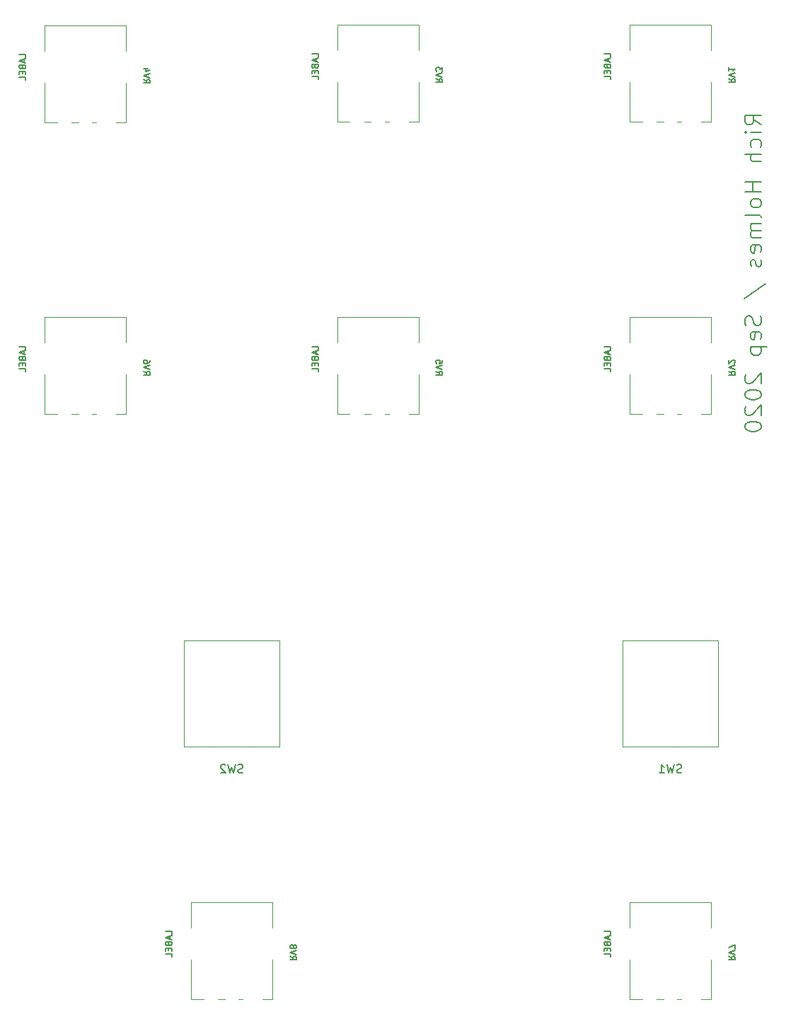
<source format=gbr>
G04 #@! TF.GenerationSoftware,KiCad,Pcbnew,5.1.6-c6e7f7d~87~ubuntu20.04.1*
G04 #@! TF.CreationDate,2020-11-04T13:05:29-05:00*
G04 #@! TF.ProjectId,noisebells,6e6f6973-6562-4656-9c6c-732e6b696361,rev?*
G04 #@! TF.SameCoordinates,Original*
G04 #@! TF.FileFunction,Legend,Bot*
G04 #@! TF.FilePolarity,Positive*
%FSLAX46Y46*%
G04 Gerber Fmt 4.6, Leading zero omitted, Abs format (unit mm)*
G04 Created by KiCad (PCBNEW 5.1.6-c6e7f7d~87~ubuntu20.04.1) date 2020-11-04 13:05:29*
%MOMM*%
%LPD*%
G01*
G04 APERTURE LIST*
%ADD10C,0.150000*%
%ADD11C,0.120000*%
G04 APERTURE END LIST*
D10*
X252904761Y-79923809D02*
X251952380Y-79257142D01*
X252904761Y-78780952D02*
X250904761Y-78780952D01*
X250904761Y-79542857D01*
X251000000Y-79733333D01*
X251095238Y-79828571D01*
X251285714Y-79923809D01*
X251571428Y-79923809D01*
X251761904Y-79828571D01*
X251857142Y-79733333D01*
X251952380Y-79542857D01*
X251952380Y-78780952D01*
X252904761Y-80780952D02*
X251571428Y-80780952D01*
X250904761Y-80780952D02*
X251000000Y-80685714D01*
X251095238Y-80780952D01*
X251000000Y-80876190D01*
X250904761Y-80780952D01*
X251095238Y-80780952D01*
X252809523Y-82590476D02*
X252904761Y-82400000D01*
X252904761Y-82019047D01*
X252809523Y-81828571D01*
X252714285Y-81733333D01*
X252523809Y-81638095D01*
X251952380Y-81638095D01*
X251761904Y-81733333D01*
X251666666Y-81828571D01*
X251571428Y-82019047D01*
X251571428Y-82400000D01*
X251666666Y-82590476D01*
X252904761Y-83447619D02*
X250904761Y-83447619D01*
X252904761Y-84304761D02*
X251857142Y-84304761D01*
X251666666Y-84209523D01*
X251571428Y-84019047D01*
X251571428Y-83733333D01*
X251666666Y-83542857D01*
X251761904Y-83447619D01*
X252904761Y-86780952D02*
X250904761Y-86780952D01*
X251857142Y-86780952D02*
X251857142Y-87923809D01*
X252904761Y-87923809D02*
X250904761Y-87923809D01*
X252904761Y-89161904D02*
X252809523Y-88971428D01*
X252714285Y-88876190D01*
X252523809Y-88780952D01*
X251952380Y-88780952D01*
X251761904Y-88876190D01*
X251666666Y-88971428D01*
X251571428Y-89161904D01*
X251571428Y-89447619D01*
X251666666Y-89638095D01*
X251761904Y-89733333D01*
X251952380Y-89828571D01*
X252523809Y-89828571D01*
X252714285Y-89733333D01*
X252809523Y-89638095D01*
X252904761Y-89447619D01*
X252904761Y-89161904D01*
X252904761Y-90971428D02*
X252809523Y-90780952D01*
X252619047Y-90685714D01*
X250904761Y-90685714D01*
X252904761Y-91733333D02*
X251571428Y-91733333D01*
X251761904Y-91733333D02*
X251666666Y-91828571D01*
X251571428Y-92019047D01*
X251571428Y-92304761D01*
X251666666Y-92495238D01*
X251857142Y-92590476D01*
X252904761Y-92590476D01*
X251857142Y-92590476D02*
X251666666Y-92685714D01*
X251571428Y-92876190D01*
X251571428Y-93161904D01*
X251666666Y-93352380D01*
X251857142Y-93447619D01*
X252904761Y-93447619D01*
X252809523Y-95161904D02*
X252904761Y-94971428D01*
X252904761Y-94590476D01*
X252809523Y-94400000D01*
X252619047Y-94304761D01*
X251857142Y-94304761D01*
X251666666Y-94400000D01*
X251571428Y-94590476D01*
X251571428Y-94971428D01*
X251666666Y-95161904D01*
X251857142Y-95257142D01*
X252047619Y-95257142D01*
X252238095Y-94304761D01*
X252809523Y-96019047D02*
X252904761Y-96209523D01*
X252904761Y-96590476D01*
X252809523Y-96780952D01*
X252619047Y-96876190D01*
X252523809Y-96876190D01*
X252333333Y-96780952D01*
X252238095Y-96590476D01*
X252238095Y-96304761D01*
X252142857Y-96114285D01*
X251952380Y-96019047D01*
X251857142Y-96019047D01*
X251666666Y-96114285D01*
X251571428Y-96304761D01*
X251571428Y-96590476D01*
X251666666Y-96780952D01*
X250809523Y-100685714D02*
X253380952Y-98971428D01*
X252809523Y-102780952D02*
X252904761Y-103066666D01*
X252904761Y-103542857D01*
X252809523Y-103733333D01*
X252714285Y-103828571D01*
X252523809Y-103923809D01*
X252333333Y-103923809D01*
X252142857Y-103828571D01*
X252047619Y-103733333D01*
X251952380Y-103542857D01*
X251857142Y-103161904D01*
X251761904Y-102971428D01*
X251666666Y-102876190D01*
X251476190Y-102780952D01*
X251285714Y-102780952D01*
X251095238Y-102876190D01*
X251000000Y-102971428D01*
X250904761Y-103161904D01*
X250904761Y-103638095D01*
X251000000Y-103923809D01*
X252809523Y-105542857D02*
X252904761Y-105352380D01*
X252904761Y-104971428D01*
X252809523Y-104780952D01*
X252619047Y-104685714D01*
X251857142Y-104685714D01*
X251666666Y-104780952D01*
X251571428Y-104971428D01*
X251571428Y-105352380D01*
X251666666Y-105542857D01*
X251857142Y-105638095D01*
X252047619Y-105638095D01*
X252238095Y-104685714D01*
X251571428Y-106495238D02*
X253571428Y-106495238D01*
X251666666Y-106495238D02*
X251571428Y-106685714D01*
X251571428Y-107066666D01*
X251666666Y-107257142D01*
X251761904Y-107352380D01*
X251952380Y-107447619D01*
X252523809Y-107447619D01*
X252714285Y-107352380D01*
X252809523Y-107257142D01*
X252904761Y-107066666D01*
X252904761Y-106685714D01*
X252809523Y-106495238D01*
X251095238Y-109733333D02*
X251000000Y-109828571D01*
X250904761Y-110019047D01*
X250904761Y-110495238D01*
X251000000Y-110685714D01*
X251095238Y-110780952D01*
X251285714Y-110876190D01*
X251476190Y-110876190D01*
X251761904Y-110780952D01*
X252904761Y-109638095D01*
X252904761Y-110876190D01*
X250904761Y-112114285D02*
X250904761Y-112304761D01*
X251000000Y-112495238D01*
X251095238Y-112590476D01*
X251285714Y-112685714D01*
X251666666Y-112780952D01*
X252142857Y-112780952D01*
X252523809Y-112685714D01*
X252714285Y-112590476D01*
X252809523Y-112495238D01*
X252904761Y-112304761D01*
X252904761Y-112114285D01*
X252809523Y-111923809D01*
X252714285Y-111828571D01*
X252523809Y-111733333D01*
X252142857Y-111638095D01*
X251666666Y-111638095D01*
X251285714Y-111733333D01*
X251095238Y-111828571D01*
X251000000Y-111923809D01*
X250904761Y-112114285D01*
X251095238Y-113542857D02*
X251000000Y-113638095D01*
X250904761Y-113828571D01*
X250904761Y-114304761D01*
X251000000Y-114495238D01*
X251095238Y-114590476D01*
X251285714Y-114685714D01*
X251476190Y-114685714D01*
X251761904Y-114590476D01*
X252904761Y-113447619D01*
X252904761Y-114685714D01*
X250904761Y-115923809D02*
X250904761Y-116114285D01*
X251000000Y-116304761D01*
X251095238Y-116400000D01*
X251285714Y-116495238D01*
X251666666Y-116590476D01*
X252142857Y-116590476D01*
X252523809Y-116495238D01*
X252714285Y-116400000D01*
X252809523Y-116304761D01*
X252904761Y-116114285D01*
X252904761Y-115923809D01*
X252809523Y-115733333D01*
X252714285Y-115638095D01*
X252523809Y-115542857D01*
X252142857Y-115447619D01*
X251666666Y-115447619D01*
X251285714Y-115542857D01*
X251095238Y-115638095D01*
X251000000Y-115733333D01*
X250904761Y-115923809D01*
D11*
X184630000Y-172930000D02*
X194370000Y-172930000D01*
X184630000Y-184520000D02*
X186120000Y-184520000D01*
X184630000Y-175990000D02*
X184630000Y-172930000D01*
X194380000Y-184520000D02*
X194380000Y-179800000D01*
X194370000Y-175990000D02*
X194370000Y-172930000D01*
X184630000Y-184520000D02*
X184630000Y-179800000D01*
X193190000Y-184520000D02*
X194370000Y-184520000D01*
X190290000Y-184520000D02*
X190820000Y-184520000D01*
X187840000Y-184520000D02*
X188670000Y-184520000D01*
X237130000Y-172930000D02*
X246870000Y-172930000D01*
X237130000Y-184520000D02*
X238620000Y-184520000D01*
X237130000Y-175990000D02*
X237130000Y-172930000D01*
X246880000Y-184520000D02*
X246880000Y-179800000D01*
X246870000Y-175990000D02*
X246870000Y-172930000D01*
X237130000Y-184520000D02*
X237130000Y-179800000D01*
X245690000Y-184520000D02*
X246870000Y-184520000D01*
X242790000Y-184520000D02*
X243320000Y-184520000D01*
X240340000Y-184520000D02*
X241170000Y-184520000D01*
X167130000Y-102930000D02*
X176870000Y-102930000D01*
X167130000Y-114520000D02*
X168620000Y-114520000D01*
X167130000Y-105990000D02*
X167130000Y-102930000D01*
X176880000Y-114520000D02*
X176880000Y-109800000D01*
X176870000Y-105990000D02*
X176870000Y-102930000D01*
X167130000Y-114520000D02*
X167130000Y-109800000D01*
X175690000Y-114520000D02*
X176870000Y-114520000D01*
X172790000Y-114520000D02*
X173320000Y-114520000D01*
X170340000Y-114520000D02*
X171170000Y-114520000D01*
X202130000Y-102930000D02*
X211870000Y-102930000D01*
X202130000Y-114520000D02*
X203620000Y-114520000D01*
X202130000Y-105990000D02*
X202130000Y-102930000D01*
X211880000Y-114520000D02*
X211880000Y-109800000D01*
X211870000Y-105990000D02*
X211870000Y-102930000D01*
X202130000Y-114520000D02*
X202130000Y-109800000D01*
X210690000Y-114520000D02*
X211870000Y-114520000D01*
X207790000Y-114520000D02*
X208320000Y-114520000D01*
X205340000Y-114520000D02*
X206170000Y-114520000D01*
X167130000Y-68030000D02*
X176870000Y-68030000D01*
X167130000Y-79620000D02*
X168620000Y-79620000D01*
X167130000Y-71090000D02*
X167130000Y-68030000D01*
X176880000Y-79620000D02*
X176880000Y-74900000D01*
X176870000Y-71090000D02*
X176870000Y-68030000D01*
X167130000Y-79620000D02*
X167130000Y-74900000D01*
X175690000Y-79620000D02*
X176870000Y-79620000D01*
X172790000Y-79620000D02*
X173320000Y-79620000D01*
X170340000Y-79620000D02*
X171170000Y-79620000D01*
X202130000Y-67930000D02*
X211870000Y-67930000D01*
X202130000Y-79520000D02*
X203620000Y-79520000D01*
X202130000Y-70990000D02*
X202130000Y-67930000D01*
X211880000Y-79520000D02*
X211880000Y-74800000D01*
X211870000Y-70990000D02*
X211870000Y-67930000D01*
X202130000Y-79520000D02*
X202130000Y-74800000D01*
X210690000Y-79520000D02*
X211870000Y-79520000D01*
X207790000Y-79520000D02*
X208320000Y-79520000D01*
X205340000Y-79520000D02*
X206170000Y-79520000D01*
X237130000Y-102930000D02*
X246870000Y-102930000D01*
X237130000Y-114520000D02*
X238620000Y-114520000D01*
X237130000Y-105990000D02*
X237130000Y-102930000D01*
X246880000Y-114520000D02*
X246880000Y-109800000D01*
X246870000Y-105990000D02*
X246870000Y-102930000D01*
X237130000Y-114520000D02*
X237130000Y-109800000D01*
X245690000Y-114520000D02*
X246870000Y-114520000D01*
X242790000Y-114520000D02*
X243320000Y-114520000D01*
X240340000Y-114520000D02*
X241170000Y-114520000D01*
X237130000Y-67930000D02*
X246870000Y-67930000D01*
X237130000Y-79520000D02*
X238620000Y-79520000D01*
X237130000Y-70990000D02*
X237130000Y-67930000D01*
X246880000Y-79520000D02*
X246880000Y-74800000D01*
X246870000Y-70990000D02*
X246870000Y-67930000D01*
X237130000Y-79520000D02*
X237130000Y-74800000D01*
X245690000Y-79520000D02*
X246870000Y-79520000D01*
X242790000Y-79520000D02*
X243320000Y-79520000D01*
X240340000Y-79520000D02*
X241170000Y-79520000D01*
X192920000Y-154350000D02*
X192920000Y-154340000D01*
X183785000Y-154350000D02*
X195215000Y-154350000D01*
X183785000Y-141660000D02*
X183785000Y-154350000D01*
X195215000Y-141650000D02*
X183785000Y-141650000D01*
X195215000Y-154350000D02*
X195215000Y-141650000D01*
X245420000Y-154350000D02*
X245420000Y-154340000D01*
X236285000Y-154350000D02*
X247715000Y-154350000D01*
X236285000Y-141660000D02*
X236285000Y-154350000D01*
X247715000Y-141650000D02*
X236285000Y-141650000D01*
X247715000Y-154350000D02*
X247715000Y-141650000D01*
D10*
X196460714Y-179396428D02*
X196817857Y-179646428D01*
X196460714Y-179825000D02*
X197210714Y-179825000D01*
X197210714Y-179539285D01*
X197175000Y-179467857D01*
X197139285Y-179432142D01*
X197067857Y-179396428D01*
X196960714Y-179396428D01*
X196889285Y-179432142D01*
X196853571Y-179467857D01*
X196817857Y-179539285D01*
X196817857Y-179825000D01*
X197210714Y-179182142D02*
X196460714Y-178932142D01*
X197210714Y-178682142D01*
X196889285Y-178325000D02*
X196925000Y-178396428D01*
X196960714Y-178432142D01*
X197032142Y-178467857D01*
X197067857Y-178467857D01*
X197139285Y-178432142D01*
X197175000Y-178396428D01*
X197210714Y-178325000D01*
X197210714Y-178182142D01*
X197175000Y-178110714D01*
X197139285Y-178075000D01*
X197067857Y-178039285D01*
X197032142Y-178039285D01*
X196960714Y-178075000D01*
X196925000Y-178110714D01*
X196889285Y-178182142D01*
X196889285Y-178325000D01*
X196853571Y-178396428D01*
X196817857Y-178432142D01*
X196746428Y-178467857D01*
X196603571Y-178467857D01*
X196532142Y-178432142D01*
X196496428Y-178396428D01*
X196460714Y-178325000D01*
X196460714Y-178182142D01*
X196496428Y-178110714D01*
X196532142Y-178075000D01*
X196603571Y-178039285D01*
X196746428Y-178039285D01*
X196817857Y-178075000D01*
X196853571Y-178110714D01*
X196889285Y-178182142D01*
X182339285Y-176792857D02*
X182339285Y-176435714D01*
X181589285Y-176435714D01*
X182125000Y-177007142D02*
X182125000Y-177364285D01*
X182339285Y-176935714D02*
X181589285Y-177185714D01*
X182339285Y-177435714D01*
X181946428Y-177935714D02*
X181982142Y-178042857D01*
X182017857Y-178078571D01*
X182089285Y-178114285D01*
X182196428Y-178114285D01*
X182267857Y-178078571D01*
X182303571Y-178042857D01*
X182339285Y-177971428D01*
X182339285Y-177685714D01*
X181589285Y-177685714D01*
X181589285Y-177935714D01*
X181625000Y-178007142D01*
X181660714Y-178042857D01*
X181732142Y-178078571D01*
X181803571Y-178078571D01*
X181875000Y-178042857D01*
X181910714Y-178007142D01*
X181946428Y-177935714D01*
X181946428Y-177685714D01*
X181946428Y-178435714D02*
X181946428Y-178685714D01*
X182339285Y-178792857D02*
X182339285Y-178435714D01*
X181589285Y-178435714D01*
X181589285Y-178792857D01*
X182339285Y-179471428D02*
X182339285Y-179114285D01*
X181589285Y-179114285D01*
X248960714Y-179396428D02*
X249317857Y-179646428D01*
X248960714Y-179825000D02*
X249710714Y-179825000D01*
X249710714Y-179539285D01*
X249675000Y-179467857D01*
X249639285Y-179432142D01*
X249567857Y-179396428D01*
X249460714Y-179396428D01*
X249389285Y-179432142D01*
X249353571Y-179467857D01*
X249317857Y-179539285D01*
X249317857Y-179825000D01*
X249710714Y-179182142D02*
X248960714Y-178932142D01*
X249710714Y-178682142D01*
X249710714Y-178503571D02*
X249710714Y-178003571D01*
X248960714Y-178325000D01*
X234839285Y-176792857D02*
X234839285Y-176435714D01*
X234089285Y-176435714D01*
X234625000Y-177007142D02*
X234625000Y-177364285D01*
X234839285Y-176935714D02*
X234089285Y-177185714D01*
X234839285Y-177435714D01*
X234446428Y-177935714D02*
X234482142Y-178042857D01*
X234517857Y-178078571D01*
X234589285Y-178114285D01*
X234696428Y-178114285D01*
X234767857Y-178078571D01*
X234803571Y-178042857D01*
X234839285Y-177971428D01*
X234839285Y-177685714D01*
X234089285Y-177685714D01*
X234089285Y-177935714D01*
X234125000Y-178007142D01*
X234160714Y-178042857D01*
X234232142Y-178078571D01*
X234303571Y-178078571D01*
X234375000Y-178042857D01*
X234410714Y-178007142D01*
X234446428Y-177935714D01*
X234446428Y-177685714D01*
X234446428Y-178435714D02*
X234446428Y-178685714D01*
X234839285Y-178792857D02*
X234839285Y-178435714D01*
X234089285Y-178435714D01*
X234089285Y-178792857D01*
X234839285Y-179471428D02*
X234839285Y-179114285D01*
X234089285Y-179114285D01*
X178960714Y-109396428D02*
X179317857Y-109646428D01*
X178960714Y-109825000D02*
X179710714Y-109825000D01*
X179710714Y-109539285D01*
X179675000Y-109467857D01*
X179639285Y-109432142D01*
X179567857Y-109396428D01*
X179460714Y-109396428D01*
X179389285Y-109432142D01*
X179353571Y-109467857D01*
X179317857Y-109539285D01*
X179317857Y-109825000D01*
X179710714Y-109182142D02*
X178960714Y-108932142D01*
X179710714Y-108682142D01*
X179710714Y-108110714D02*
X179710714Y-108253571D01*
X179675000Y-108325000D01*
X179639285Y-108360714D01*
X179532142Y-108432142D01*
X179389285Y-108467857D01*
X179103571Y-108467857D01*
X179032142Y-108432142D01*
X178996428Y-108396428D01*
X178960714Y-108325000D01*
X178960714Y-108182142D01*
X178996428Y-108110714D01*
X179032142Y-108075000D01*
X179103571Y-108039285D01*
X179282142Y-108039285D01*
X179353571Y-108075000D01*
X179389285Y-108110714D01*
X179425000Y-108182142D01*
X179425000Y-108325000D01*
X179389285Y-108396428D01*
X179353571Y-108432142D01*
X179282142Y-108467857D01*
X164839285Y-106792857D02*
X164839285Y-106435714D01*
X164089285Y-106435714D01*
X164625000Y-107007142D02*
X164625000Y-107364285D01*
X164839285Y-106935714D02*
X164089285Y-107185714D01*
X164839285Y-107435714D01*
X164446428Y-107935714D02*
X164482142Y-108042857D01*
X164517857Y-108078571D01*
X164589285Y-108114285D01*
X164696428Y-108114285D01*
X164767857Y-108078571D01*
X164803571Y-108042857D01*
X164839285Y-107971428D01*
X164839285Y-107685714D01*
X164089285Y-107685714D01*
X164089285Y-107935714D01*
X164125000Y-108007142D01*
X164160714Y-108042857D01*
X164232142Y-108078571D01*
X164303571Y-108078571D01*
X164375000Y-108042857D01*
X164410714Y-108007142D01*
X164446428Y-107935714D01*
X164446428Y-107685714D01*
X164446428Y-108435714D02*
X164446428Y-108685714D01*
X164839285Y-108792857D02*
X164839285Y-108435714D01*
X164089285Y-108435714D01*
X164089285Y-108792857D01*
X164839285Y-109471428D02*
X164839285Y-109114285D01*
X164089285Y-109114285D01*
X213960714Y-109396428D02*
X214317857Y-109646428D01*
X213960714Y-109825000D02*
X214710714Y-109825000D01*
X214710714Y-109539285D01*
X214675000Y-109467857D01*
X214639285Y-109432142D01*
X214567857Y-109396428D01*
X214460714Y-109396428D01*
X214389285Y-109432142D01*
X214353571Y-109467857D01*
X214317857Y-109539285D01*
X214317857Y-109825000D01*
X214710714Y-109182142D02*
X213960714Y-108932142D01*
X214710714Y-108682142D01*
X214710714Y-108075000D02*
X214710714Y-108432142D01*
X214353571Y-108467857D01*
X214389285Y-108432142D01*
X214425000Y-108360714D01*
X214425000Y-108182142D01*
X214389285Y-108110714D01*
X214353571Y-108075000D01*
X214282142Y-108039285D01*
X214103571Y-108039285D01*
X214032142Y-108075000D01*
X213996428Y-108110714D01*
X213960714Y-108182142D01*
X213960714Y-108360714D01*
X213996428Y-108432142D01*
X214032142Y-108467857D01*
X199839285Y-106792857D02*
X199839285Y-106435714D01*
X199089285Y-106435714D01*
X199625000Y-107007142D02*
X199625000Y-107364285D01*
X199839285Y-106935714D02*
X199089285Y-107185714D01*
X199839285Y-107435714D01*
X199446428Y-107935714D02*
X199482142Y-108042857D01*
X199517857Y-108078571D01*
X199589285Y-108114285D01*
X199696428Y-108114285D01*
X199767857Y-108078571D01*
X199803571Y-108042857D01*
X199839285Y-107971428D01*
X199839285Y-107685714D01*
X199089285Y-107685714D01*
X199089285Y-107935714D01*
X199125000Y-108007142D01*
X199160714Y-108042857D01*
X199232142Y-108078571D01*
X199303571Y-108078571D01*
X199375000Y-108042857D01*
X199410714Y-108007142D01*
X199446428Y-107935714D01*
X199446428Y-107685714D01*
X199446428Y-108435714D02*
X199446428Y-108685714D01*
X199839285Y-108792857D02*
X199839285Y-108435714D01*
X199089285Y-108435714D01*
X199089285Y-108792857D01*
X199839285Y-109471428D02*
X199839285Y-109114285D01*
X199089285Y-109114285D01*
X178960714Y-74496428D02*
X179317857Y-74746428D01*
X178960714Y-74925000D02*
X179710714Y-74925000D01*
X179710714Y-74639285D01*
X179675000Y-74567857D01*
X179639285Y-74532142D01*
X179567857Y-74496428D01*
X179460714Y-74496428D01*
X179389285Y-74532142D01*
X179353571Y-74567857D01*
X179317857Y-74639285D01*
X179317857Y-74925000D01*
X179710714Y-74282142D02*
X178960714Y-74032142D01*
X179710714Y-73782142D01*
X179460714Y-73210714D02*
X178960714Y-73210714D01*
X179746428Y-73389285D02*
X179210714Y-73567857D01*
X179210714Y-73103571D01*
X164839285Y-71892857D02*
X164839285Y-71535714D01*
X164089285Y-71535714D01*
X164625000Y-72107142D02*
X164625000Y-72464285D01*
X164839285Y-72035714D02*
X164089285Y-72285714D01*
X164839285Y-72535714D01*
X164446428Y-73035714D02*
X164482142Y-73142857D01*
X164517857Y-73178571D01*
X164589285Y-73214285D01*
X164696428Y-73214285D01*
X164767857Y-73178571D01*
X164803571Y-73142857D01*
X164839285Y-73071428D01*
X164839285Y-72785714D01*
X164089285Y-72785714D01*
X164089285Y-73035714D01*
X164125000Y-73107142D01*
X164160714Y-73142857D01*
X164232142Y-73178571D01*
X164303571Y-73178571D01*
X164375000Y-73142857D01*
X164410714Y-73107142D01*
X164446428Y-73035714D01*
X164446428Y-72785714D01*
X164446428Y-73535714D02*
X164446428Y-73785714D01*
X164839285Y-73892857D02*
X164839285Y-73535714D01*
X164089285Y-73535714D01*
X164089285Y-73892857D01*
X164839285Y-74571428D02*
X164839285Y-74214285D01*
X164089285Y-74214285D01*
X213960714Y-74396428D02*
X214317857Y-74646428D01*
X213960714Y-74825000D02*
X214710714Y-74825000D01*
X214710714Y-74539285D01*
X214675000Y-74467857D01*
X214639285Y-74432142D01*
X214567857Y-74396428D01*
X214460714Y-74396428D01*
X214389285Y-74432142D01*
X214353571Y-74467857D01*
X214317857Y-74539285D01*
X214317857Y-74825000D01*
X214710714Y-74182142D02*
X213960714Y-73932142D01*
X214710714Y-73682142D01*
X214710714Y-73503571D02*
X214710714Y-73039285D01*
X214425000Y-73289285D01*
X214425000Y-73182142D01*
X214389285Y-73110714D01*
X214353571Y-73075000D01*
X214282142Y-73039285D01*
X214103571Y-73039285D01*
X214032142Y-73075000D01*
X213996428Y-73110714D01*
X213960714Y-73182142D01*
X213960714Y-73396428D01*
X213996428Y-73467857D01*
X214032142Y-73503571D01*
X199839285Y-71792857D02*
X199839285Y-71435714D01*
X199089285Y-71435714D01*
X199625000Y-72007142D02*
X199625000Y-72364285D01*
X199839285Y-71935714D02*
X199089285Y-72185714D01*
X199839285Y-72435714D01*
X199446428Y-72935714D02*
X199482142Y-73042857D01*
X199517857Y-73078571D01*
X199589285Y-73114285D01*
X199696428Y-73114285D01*
X199767857Y-73078571D01*
X199803571Y-73042857D01*
X199839285Y-72971428D01*
X199839285Y-72685714D01*
X199089285Y-72685714D01*
X199089285Y-72935714D01*
X199125000Y-73007142D01*
X199160714Y-73042857D01*
X199232142Y-73078571D01*
X199303571Y-73078571D01*
X199375000Y-73042857D01*
X199410714Y-73007142D01*
X199446428Y-72935714D01*
X199446428Y-72685714D01*
X199446428Y-73435714D02*
X199446428Y-73685714D01*
X199839285Y-73792857D02*
X199839285Y-73435714D01*
X199089285Y-73435714D01*
X199089285Y-73792857D01*
X199839285Y-74471428D02*
X199839285Y-74114285D01*
X199089285Y-74114285D01*
X248960714Y-109396428D02*
X249317857Y-109646428D01*
X248960714Y-109825000D02*
X249710714Y-109825000D01*
X249710714Y-109539285D01*
X249675000Y-109467857D01*
X249639285Y-109432142D01*
X249567857Y-109396428D01*
X249460714Y-109396428D01*
X249389285Y-109432142D01*
X249353571Y-109467857D01*
X249317857Y-109539285D01*
X249317857Y-109825000D01*
X249710714Y-109182142D02*
X248960714Y-108932142D01*
X249710714Y-108682142D01*
X249639285Y-108467857D02*
X249675000Y-108432142D01*
X249710714Y-108360714D01*
X249710714Y-108182142D01*
X249675000Y-108110714D01*
X249639285Y-108075000D01*
X249567857Y-108039285D01*
X249496428Y-108039285D01*
X249389285Y-108075000D01*
X248960714Y-108503571D01*
X248960714Y-108039285D01*
X234839285Y-106792857D02*
X234839285Y-106435714D01*
X234089285Y-106435714D01*
X234625000Y-107007142D02*
X234625000Y-107364285D01*
X234839285Y-106935714D02*
X234089285Y-107185714D01*
X234839285Y-107435714D01*
X234446428Y-107935714D02*
X234482142Y-108042857D01*
X234517857Y-108078571D01*
X234589285Y-108114285D01*
X234696428Y-108114285D01*
X234767857Y-108078571D01*
X234803571Y-108042857D01*
X234839285Y-107971428D01*
X234839285Y-107685714D01*
X234089285Y-107685714D01*
X234089285Y-107935714D01*
X234125000Y-108007142D01*
X234160714Y-108042857D01*
X234232142Y-108078571D01*
X234303571Y-108078571D01*
X234375000Y-108042857D01*
X234410714Y-108007142D01*
X234446428Y-107935714D01*
X234446428Y-107685714D01*
X234446428Y-108435714D02*
X234446428Y-108685714D01*
X234839285Y-108792857D02*
X234839285Y-108435714D01*
X234089285Y-108435714D01*
X234089285Y-108792857D01*
X234839285Y-109471428D02*
X234839285Y-109114285D01*
X234089285Y-109114285D01*
X248960714Y-74396428D02*
X249317857Y-74646428D01*
X248960714Y-74825000D02*
X249710714Y-74825000D01*
X249710714Y-74539285D01*
X249675000Y-74467857D01*
X249639285Y-74432142D01*
X249567857Y-74396428D01*
X249460714Y-74396428D01*
X249389285Y-74432142D01*
X249353571Y-74467857D01*
X249317857Y-74539285D01*
X249317857Y-74825000D01*
X249710714Y-74182142D02*
X248960714Y-73932142D01*
X249710714Y-73682142D01*
X248960714Y-73039285D02*
X248960714Y-73467857D01*
X248960714Y-73253571D02*
X249710714Y-73253571D01*
X249603571Y-73325000D01*
X249532142Y-73396428D01*
X249496428Y-73467857D01*
X234839285Y-71792857D02*
X234839285Y-71435714D01*
X234089285Y-71435714D01*
X234625000Y-72007142D02*
X234625000Y-72364285D01*
X234839285Y-71935714D02*
X234089285Y-72185714D01*
X234839285Y-72435714D01*
X234446428Y-72935714D02*
X234482142Y-73042857D01*
X234517857Y-73078571D01*
X234589285Y-73114285D01*
X234696428Y-73114285D01*
X234767857Y-73078571D01*
X234803571Y-73042857D01*
X234839285Y-72971428D01*
X234839285Y-72685714D01*
X234089285Y-72685714D01*
X234089285Y-72935714D01*
X234125000Y-73007142D01*
X234160714Y-73042857D01*
X234232142Y-73078571D01*
X234303571Y-73078571D01*
X234375000Y-73042857D01*
X234410714Y-73007142D01*
X234446428Y-72935714D01*
X234446428Y-72685714D01*
X234446428Y-73435714D02*
X234446428Y-73685714D01*
X234839285Y-73792857D02*
X234839285Y-73435714D01*
X234089285Y-73435714D01*
X234089285Y-73792857D01*
X234839285Y-74471428D02*
X234839285Y-74114285D01*
X234089285Y-74114285D01*
X190833333Y-157404761D02*
X190690476Y-157452380D01*
X190452380Y-157452380D01*
X190357142Y-157404761D01*
X190309523Y-157357142D01*
X190261904Y-157261904D01*
X190261904Y-157166666D01*
X190309523Y-157071428D01*
X190357142Y-157023809D01*
X190452380Y-156976190D01*
X190642857Y-156928571D01*
X190738095Y-156880952D01*
X190785714Y-156833333D01*
X190833333Y-156738095D01*
X190833333Y-156642857D01*
X190785714Y-156547619D01*
X190738095Y-156500000D01*
X190642857Y-156452380D01*
X190404761Y-156452380D01*
X190261904Y-156500000D01*
X189928571Y-156452380D02*
X189690476Y-157452380D01*
X189500000Y-156738095D01*
X189309523Y-157452380D01*
X189071428Y-156452380D01*
X188738095Y-156547619D02*
X188690476Y-156500000D01*
X188595238Y-156452380D01*
X188357142Y-156452380D01*
X188261904Y-156500000D01*
X188214285Y-156547619D01*
X188166666Y-156642857D01*
X188166666Y-156738095D01*
X188214285Y-156880952D01*
X188785714Y-157452380D01*
X188166666Y-157452380D01*
X243333333Y-157404761D02*
X243190476Y-157452380D01*
X242952380Y-157452380D01*
X242857142Y-157404761D01*
X242809523Y-157357142D01*
X242761904Y-157261904D01*
X242761904Y-157166666D01*
X242809523Y-157071428D01*
X242857142Y-157023809D01*
X242952380Y-156976190D01*
X243142857Y-156928571D01*
X243238095Y-156880952D01*
X243285714Y-156833333D01*
X243333333Y-156738095D01*
X243333333Y-156642857D01*
X243285714Y-156547619D01*
X243238095Y-156500000D01*
X243142857Y-156452380D01*
X242904761Y-156452380D01*
X242761904Y-156500000D01*
X242428571Y-156452380D02*
X242190476Y-157452380D01*
X242000000Y-156738095D01*
X241809523Y-157452380D01*
X241571428Y-156452380D01*
X240666666Y-157452380D02*
X241238095Y-157452380D01*
X240952380Y-157452380D02*
X240952380Y-156452380D01*
X241047619Y-156595238D01*
X241142857Y-156690476D01*
X241238095Y-156738095D01*
M02*

</source>
